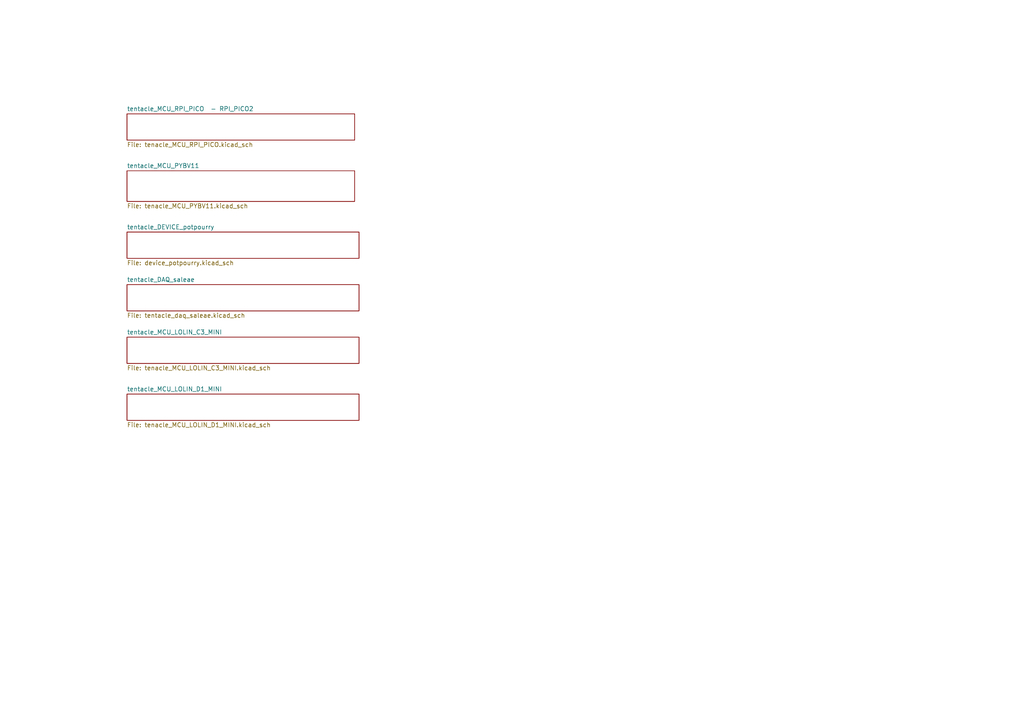
<source format=kicad_sch>
(kicad_sch
	(version 20231120)
	(generator "eeschema")
	(generator_version "8.0")
	(uuid "188054c4-74b7-429a-b3f5-c6f3151e27de")
	(paper "A4")
	(title_block
		(title "Octoprobe: Testbed Tutorial")
		(date "2024-07-16")
		(company "Hans Märki, Märki Informatik")
		(comment 1 "The MIT License (MIT)")
	)
	(lib_symbols)
	(sheet
		(at 36.83 82.55)
		(size 67.31 7.62)
		(fields_autoplaced yes)
		(stroke
			(width 0.1524)
			(type solid)
		)
		(fill
			(color 0 0 0 0.0000)
		)
		(uuid "2c4ba952-55c5-4e16-806b-8dc205881760")
		(property "Sheetname" "tentacle_DAQ_saleae"
			(at 36.83 81.8384 0)
			(effects
				(font
					(size 1.27 1.27)
				)
				(justify left bottom)
			)
		)
		(property "Sheetfile" "tentacle_daq_saleae.kicad_sch"
			(at 36.83 90.7546 0)
			(effects
				(font
					(size 1.27 1.27)
				)
				(justify left top)
			)
		)
		(instances
			(project "testbed"
				(path "/188054c4-74b7-429a-b3f5-c6f3151e27de"
					(page "5")
				)
			)
		)
	)
	(sheet
		(at 36.83 33.02)
		(size 66.04 7.62)
		(fields_autoplaced yes)
		(stroke
			(width 0.1524)
			(type solid)
		)
		(fill
			(color 0 0 0 0.0000)
		)
		(uuid "8349ec44-9db3-4e5f-885e-2d604c3fdea6")
		(property "Sheetname" "tentacle_MCU_RPI_PICO  - RPI_PICO2"
			(at 36.83 32.3084 0)
			(effects
				(font
					(size 1.27 1.27)
				)
				(justify left bottom)
			)
		)
		(property "Sheetfile" "tenacle_MCU_RPI_PICO.kicad_sch"
			(at 36.83 41.2246 0)
			(effects
				(font
					(size 1.27 1.27)
				)
				(justify left top)
			)
		)
		(instances
			(project "testbed"
				(path "/188054c4-74b7-429a-b3f5-c6f3151e27de"
					(page "2")
				)
			)
		)
	)
	(sheet
		(at 36.83 49.53)
		(size 66.04 8.89)
		(fields_autoplaced yes)
		(stroke
			(width 0.1524)
			(type solid)
		)
		(fill
			(color 0 0 0 0.0000)
		)
		(uuid "a196d1ad-2a7e-47a3-8a53-65ea8ad08c90")
		(property "Sheetname" "tentacle_MCU_PYBV11"
			(at 36.83 48.8184 0)
			(effects
				(font
					(size 1.27 1.27)
				)
				(justify left bottom)
			)
		)
		(property "Sheetfile" "tenacle_MCU_PYBV11.kicad_sch"
			(at 36.83 59.0046 0)
			(effects
				(font
					(size 1.27 1.27)
				)
				(justify left top)
			)
		)
		(instances
			(project "testbed"
				(path "/188054c4-74b7-429a-b3f5-c6f3151e27de"
					(page "3")
				)
			)
		)
	)
	(sheet
		(at 36.83 114.3)
		(size 67.31 7.62)
		(fields_autoplaced yes)
		(stroke
			(width 0.1524)
			(type solid)
		)
		(fill
			(color 0 0 0 0.0000)
		)
		(uuid "b34c041d-52f1-4fd0-ba12-b4a7db9d208c")
		(property "Sheetname" "tentacle_MCU_LOLIN_D1_MINI"
			(at 36.83 113.5884 0)
			(effects
				(font
					(size 1.27 1.27)
				)
				(justify left bottom)
			)
		)
		(property "Sheetfile" "tenacle_MCU_LOLIN_D1_MINI.kicad_sch"
			(at 36.83 122.5046 0)
			(effects
				(font
					(size 1.27 1.27)
				)
				(justify left top)
			)
		)
		(instances
			(project "testbed"
				(path "/188054c4-74b7-429a-b3f5-c6f3151e27de"
					(page "15")
				)
			)
		)
	)
	(sheet
		(at 36.83 67.31)
		(size 67.31 7.62)
		(fields_autoplaced yes)
		(stroke
			(width 0.1524)
			(type solid)
		)
		(fill
			(color 0 0 0 0.0000)
		)
		(uuid "b7d8ead7-fd61-4ff1-b415-403502d5b75c")
		(property "Sheetname" "tentacle_DEVICE_potpourry"
			(at 36.83 66.5984 0)
			(effects
				(font
					(size 1.27 1.27)
				)
				(justify left bottom)
			)
		)
		(property "Sheetfile" "device_potpourry.kicad_sch"
			(at 36.83 75.5146 0)
			(effects
				(font
					(size 1.27 1.27)
				)
				(justify left top)
			)
		)
		(instances
			(project "testbed"
				(path "/188054c4-74b7-429a-b3f5-c6f3151e27de"
					(page "4")
				)
			)
		)
	)
	(sheet
		(at 36.83 97.79)
		(size 67.31 7.62)
		(fields_autoplaced yes)
		(stroke
			(width 0.1524)
			(type solid)
		)
		(fill
			(color 0 0 0 0.0000)
		)
		(uuid "f8b01abc-94f6-4bb9-a276-aefe3964698f")
		(property "Sheetname" "tentacle_MCU_LOLIN_C3_MINI"
			(at 36.83 97.0784 0)
			(effects
				(font
					(size 1.27 1.27)
				)
				(justify left bottom)
			)
		)
		(property "Sheetfile" "tenacle_MCU_LOLIN_C3_MINI.kicad_sch"
			(at 36.83 105.9946 0)
			(effects
				(font
					(size 1.27 1.27)
				)
				(justify left top)
			)
		)
		(instances
			(project "testbed"
				(path "/188054c4-74b7-429a-b3f5-c6f3151e27de"
					(page "14")
				)
			)
		)
	)
	(sheet_instances
		(path "/"
			(page "1")
		)
	)
)

</source>
